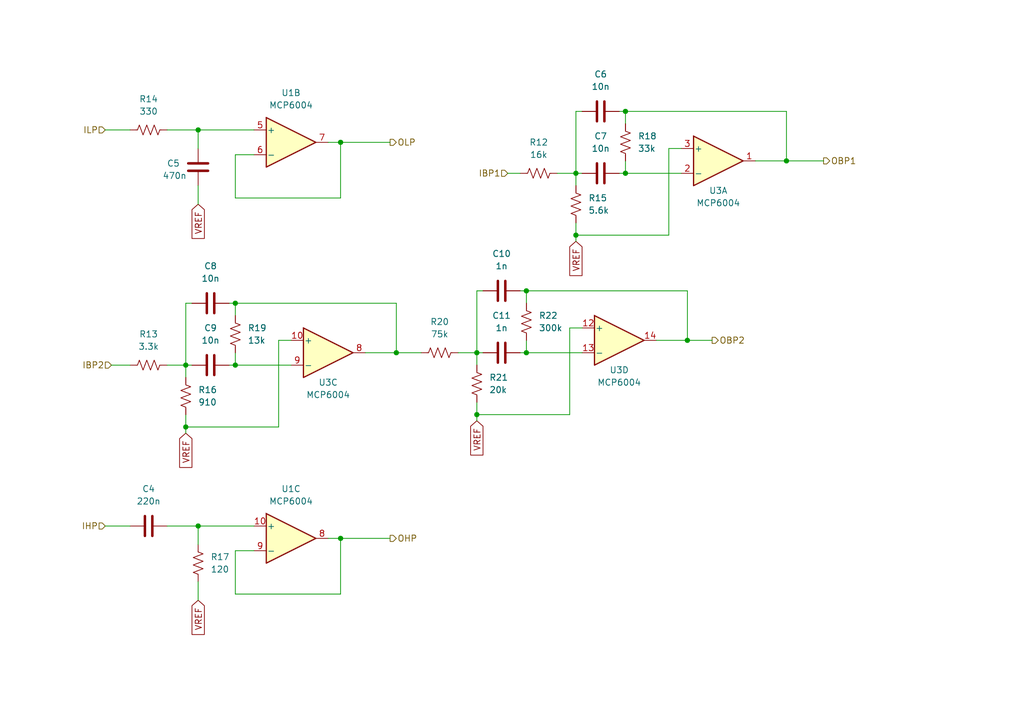
<source format=kicad_sch>
(kicad_sch (version 20250114) (generator "eeschema") (generator_version "9.0")
  (paper "A5")
  (title_block (title "EL223FP4L1") (date "2025-05-08") (rev "1") (company "Boles & Walker") (comment 1 "LP, BP1, BP2, HP Filters"))
  (lib_symbols
    (symbol "Amplifier_Operational:MCP6004" (pin_names (offset 0.127))
      (property "Reference" "U" (at 0 5.08 0))
      (property "Value" "MCP6004" (at 0 -5.08 0))
      (symbol "MCP6004_1_1"
        (polyline (pts (xy -5.08 5.08) (xy 5.08 0) (xy -5.08 -5.08) (xy -5.08 5.08)) (stroke (width 0.254)) (fill (type background)))
        (pin input line (at -7.62 2.54 0) (length 2.54) (name "+") (number "3"))
        (pin input line (at -7.62 -2.54 0) (length 2.54) (name "-") (number "2"))
        (pin output line (at 7.62 0 180) (length 2.54) (name "~") (number "1"))
      )
      (symbol "MCP6004_2_1"
        (polyline (pts (xy -5.08 5.08) (xy 5.08 0) (xy -5.08 -5.08) (xy -5.08 5.08)) (stroke (width 0.254)) (fill (type background)))
        (pin input line (at -7.62 2.54 0) (length 2.54) (name "+") (number "5"))
        (pin input line (at -7.62 -2.54 0) (length 2.54) (name "-") (number "6"))
        (pin output line (at 7.62 0 180) (length 2.54) (name "~") (number "7"))
      )
      (symbol "MCP6004_3_1"
        (polyline (pts (xy -5.08 5.08) (xy 5.08 0) (xy -5.08 -5.08) (xy -5.08 5.08)) (stroke (width 0.254)) (fill (type background)))
        (pin input line (at -7.62 2.54 0) (length 2.54) (name "+") (number "10"))
        (pin input line (at -7.62 -2.54 0) (length 2.54) (name "-") (number "9"))
        (pin output line (at 7.62 0 180) (length 2.54) (name "~") (number "8"))
      )
      (symbol "MCP6004_4_1"
        (polyline (pts (xy -5.08 5.08) (xy 5.08 0) (xy -5.08 -5.08) (xy -5.08 5.08)) (stroke (width 0.254)) (fill (type background)))
        (pin input line (at -7.62 2.54 0) (length 2.54) (name "+") (number "12"))
        (pin input line (at -7.62 -2.54 0) (length 2.54) (name "-") (number "13"))
        (pin output line (at 7.62 0 180) (length 2.54) (name "~") (number "14"))
      )
      (symbol "MCP6004_5_1"
        (pin power_in line (at -2.54 7.62 270) (length 3.81) (name "V+") (number "4"))
        (pin power_in line (at -2.54 -7.62 90) (length 3.81) (name "V-") (number "11"))
      )
    )
    (symbol "Device:C" (pin_numbers (hide yes)) (pin_names (offset 0.254))
      (property "Reference" "C" (at 0.635 2.54 0))
      (property "Value" "C" (at 0.635 -2.54 0))
      (symbol "C_0_1"
        (polyline (pts (xy -2.032 0.762) (xy 2.032 0.762)) (stroke (width 0.508)))
        (polyline (pts (xy -2.032 -0.762) (xy 2.032 -0.762)) (stroke (width 0.508)))
      )
      (symbol "C_1_1"
        (pin passive line (at 0 3.81 270) (length 2.794) (name "~") (number "1"))
        (pin passive line (at 0 -3.81 90) (length 2.794) (name "~") (number "2"))
      )
    )
    (symbol "Device:R_US" (pin_numbers (hide yes)) (pin_names (offset 0))
      (property "Reference" "R" (at 2.54 0 90))
      (property "Value" "R_US" (at -2.54 0 90))
      (symbol "R_US_0_1"
        (polyline (pts (xy 0 2.286) (xy 0 2.54)))
        (polyline (pts (xy 0 2.286) (xy 1.016 1.905) (xy 0 1.524) (xy -1.016 1.143) (xy 0 0.762)))
        (polyline (pts (xy 0 0.762) (xy 1.016 0.381) (xy 0 0) (xy -1.016 -0.381) (xy 0 -0.762)))
        (polyline (pts (xy 0 -0.762) (xy 1.016 -1.143) (xy 0 -1.524) (xy -1.016 -1.905) (xy 0 -2.286)))
        (polyline (pts (xy 0 -2.286) (xy 0 -2.54)))
      )
      (symbol "R_US_1_1"
        (pin passive line (at 0 3.81 270) (length 1.27) (name "~") (number "1"))
        (pin passive line (at 0 -3.81 90) (length 1.27) (name "~") (number "2"))
      )
    )
  )
  (junction (at 97.79 85.09))
  (junction (at 128.27 22.86))
  (junction (at 140.97 69.85))
  (junction (at 81.28 72.39))
  (junction (at 48.26 74.93))
  (junction (at 38.1 74.93))
  (junction (at 107.95 59.69))
  (junction (at 48.26 62.23))
  (junction (at 128.27 35.56))
  (junction (at 97.79 72.39))
  (junction (at 107.95 72.39))
  (junction (at 40.64 26.67))
  (junction (at 40.64 107.95))
  (junction (at 69.85 110.49))
  (junction (at 118.11 48.26))
  (junction (at 118.11 35.56))
  (junction (at 69.85 29.21))
  (junction (at 161.29 33.02))
  (junction (at 38.1 87.63))
  (wire (pts (xy 81.28 72.39) (xy 86.36 72.39)))
  (wire (pts (xy 97.79 72.39) (xy 99.06 72.39)))
  (wire (pts (xy 48.26 64.77) (xy 48.26 62.23)))
  (wire (pts (xy 140.97 69.85) (xy 146.05 69.85)))
  (wire (pts (xy 106.68 72.39) (xy 107.95 72.39)))
  (wire (pts (xy 69.85 40.64) (xy 69.85 29.21)))
  (wire (pts (xy 128.27 25.4) (xy 128.27 22.86)))
  (wire (pts (xy 38.1 85.09) (xy 38.1 87.63)))
  (wire (pts (xy 118.11 22.86) (xy 118.11 35.56)))
  (wire (pts (xy 40.64 30.48) (xy 40.64 26.67)))
  (wire (pts (xy 48.26 113.03) (xy 48.26 121.92)))
  (wire (pts (xy 107.95 69.85) (xy 107.95 72.39)))
  (wire (pts (xy 116.84 67.31) (xy 116.84 85.09)))
  (wire (pts (xy 114.3 35.56) (xy 118.11 35.56)))
  (wire (pts (xy 48.26 40.64) (xy 69.85 40.64)))
  (wire (pts (xy 34.29 107.95) (xy 40.64 107.95)))
  (wire (pts (xy 161.29 33.02) (xy 168.91 33.02)))
  (wire (pts (xy 21.59 26.67) (xy 26.67 26.67)))
  (wire (pts (xy 127 35.56) (xy 128.27 35.56)))
  (wire (pts (xy 128.27 22.86) (xy 161.29 22.86)))
  (wire (pts (xy 97.79 59.69) (xy 97.79 72.39)))
  (wire (pts (xy 48.26 62.23) (xy 46.99 62.23)))
  (wire (pts (xy 99.06 59.69) (xy 97.79 59.69)))
  (wire (pts (xy 128.27 22.86) (xy 127 22.86)))
  (wire (pts (xy 97.79 82.55) (xy 97.79 85.09)))
  (wire (pts (xy 97.79 74.93) (xy 97.79 72.39)))
  (wire (pts (xy 118.11 38.1) (xy 118.11 35.56)))
  (wire (pts (xy 97.79 85.09) (xy 97.79 86.36)))
  (wire (pts (xy 118.11 48.26) (xy 118.11 49.53)))
  (wire (pts (xy 128.27 33.02) (xy 128.27 35.56)))
  (wire (pts (xy 81.28 72.39) (xy 81.28 62.23)))
  (wire (pts (xy 38.1 77.47) (xy 38.1 74.93)))
  (wire (pts (xy 48.26 62.23) (xy 81.28 62.23)))
  (wire (pts (xy 57.15 69.85) (xy 57.15 87.63)))
  (wire (pts (xy 107.95 59.69) (xy 106.68 59.69)))
  (wire (pts (xy 21.59 107.95) (xy 26.67 107.95)))
  (wire (pts (xy 139.7 30.48) (xy 137.16 30.48)))
  (wire (pts (xy 48.26 31.75) (xy 48.26 40.64)))
  (wire (pts (xy 118.11 45.72) (xy 118.11 48.26)))
  (wire (pts (xy 69.85 29.21) (xy 67.31 29.21)))
  (wire (pts (xy 48.26 72.39) (xy 48.26 74.93)))
  (wire (pts (xy 154.94 33.02) (xy 161.29 33.02)))
  (wire (pts (xy 69.85 121.92) (xy 69.85 110.49)))
  (wire (pts (xy 48.26 121.92) (xy 69.85 121.92)))
  (wire (pts (xy 69.85 29.21) (xy 80.01 29.21)))
  (wire (pts (xy 39.37 62.23) (xy 38.1 62.23)))
  (wire (pts (xy 107.95 72.39) (xy 119.38 72.39)))
  (wire (pts (xy 52.07 113.03) (xy 48.26 113.03)))
  (wire (pts (xy 40.64 26.67) (xy 52.07 26.67)))
  (wire (pts (xy 48.26 74.93) (xy 59.69 74.93)))
  (wire (pts (xy 118.11 35.56) (xy 119.38 35.56)))
  (wire (pts (xy 38.1 74.93) (xy 39.37 74.93)))
  (wire (pts (xy 119.38 22.86) (xy 118.11 22.86)))
  (wire (pts (xy 34.29 74.93) (xy 38.1 74.93)))
  (wire (pts (xy 40.64 107.95) (xy 52.07 107.95)))
  (wire (pts (xy 40.64 38.1) (xy 40.64 41.91)))
  (wire (pts (xy 52.07 31.75) (xy 48.26 31.75)))
  (wire (pts (xy 104.14 35.56) (xy 106.68 35.56)))
  (wire (pts (xy 107.95 62.23) (xy 107.95 59.69)))
  (wire (pts (xy 59.69 69.85) (xy 57.15 69.85)))
  (wire (pts (xy 22.86 74.93) (xy 26.67 74.93)))
  (wire (pts (xy 69.85 110.49) (xy 67.31 110.49)))
  (wire (pts (xy 107.95 59.69) (xy 140.97 59.69)))
  (wire (pts (xy 38.1 87.63) (xy 38.1 88.9)))
  (wire (pts (xy 140.97 69.85) (xy 140.97 59.69)))
  (wire (pts (xy 116.84 85.09) (xy 97.79 85.09)))
  (wire (pts (xy 137.16 48.26) (xy 118.11 48.26)))
  (wire (pts (xy 40.64 111.76) (xy 40.64 107.95)))
  (wire (pts (xy 40.64 119.38) (xy 40.64 123.19)))
  (wire (pts (xy 74.93 72.39) (xy 81.28 72.39)))
  (wire (pts (xy 93.98 72.39) (xy 97.79 72.39)))
  (wire (pts (xy 46.99 74.93) (xy 48.26 74.93)))
  (wire (pts (xy 34.29 26.67) (xy 40.64 26.67)))
  (wire (pts (xy 57.15 87.63) (xy 38.1 87.63)))
  (wire (pts (xy 38.1 62.23) (xy 38.1 74.93)))
  (wire (pts (xy 161.29 33.02) (xy 161.29 22.86)))
  (wire (pts (xy 69.85 110.49) (xy 80.01 110.49)))
  (wire (pts (xy 128.27 35.56) (xy 139.7 35.56)))
  (wire (pts (xy 137.16 30.48) (xy 137.16 48.26)))
  (wire (pts (xy 134.62 69.85) (xy 140.97 69.85)))
  (wire (pts (xy 119.38 67.31) (xy 116.84 67.31)))
  (global_label "VREF" (shape input) (at 40.64 41.91 270) (property "Intersheetrefs" "${INTERSHEET_REFS}" (effects (hide yes))))
  (global_label "VREF" (shape input) (at 38.1 88.9 270) (property "Intersheetrefs" "${INTERSHEET_REFS}" (effects (hide yes))))
  (global_label "VREF" (shape input) (at 97.79 86.36 270) (property "Intersheetrefs" "${INTERSHEET_REFS}" (effects (hide yes))))
  (global_label "VREF" (shape input) (at 118.11 49.53 270) (property "Intersheetrefs" "${INTERSHEET_REFS}" (effects (hide yes))))
  (global_label "VREF" (shape input) (at 40.64 123.19 270) (property "Intersheetrefs" "${INTERSHEET_REFS}" (effects (hide yes))))
  (hierarchical_label "OHP" (shape output) (at 80.01 110.49 0))
  (hierarchical_label "OLP" (shape output) (at 80.01 29.21 0))
  (hierarchical_label "IHP" (shape input) (at 21.59 107.95 180))
  (hierarchical_label "IBP2" (shape input) (at 22.86 74.93 180))
  (hierarchical_label "ILP" (shape input) (at 21.59 26.67 180))
  (hierarchical_label "OBP2" (shape output) (at 146.05 69.85 0))
  (hierarchical_label "OBP1" (shape output) (at 168.91 33.02 0))
  (hierarchical_label "IBP1" (shape input) (at 104.14 35.56 180))
  (symbol (lib_id "Device:R_US") (at 30.48 26.67 90) (unit 1)
    (property "Reference" "R14" (at 30.48 20.32 90))
    (property "Value" "330" (at 30.48 22.86 90))
    (property "Footprint" "Resistor_SMD:R_0805_2012Metric_Pad1.20x1.40mm_HandSolder" (effects (hide yes)))
    (property "Description" "Resistor, US symbol" (effects (hide yes)))
  )
  (symbol (lib_id "Device:C") (at 43.18 62.23 90) (unit 1)
    (property "Reference" "C8" (at 43.18 54.61 90))
    (property "Value" "10n" (at 43.18 57.15 90))
    (property "Footprint" "Capacitor_SMD:C_0805_2012Metric_Pad1.18x1.45mm_HandSolder" (effects (hide yes)))
    (property "Datasheet" "https://static6.arrow.com/aropdfconversion/bca5133f751cb2a9bdb49b80a569dbd45eb00ab/hmk212b7103mght_ss.pdf" (effects (hide yes)))
    (property "Description" "Unpolarized capacitor" (effects (hide yes)))
    (property "Part" "HMK212B7103MGHT" (effects (hide yes)))
  )
  (symbol (lib_id "Device:R_US") (at 110.49 35.56 90) (unit 1)
    (property "Reference" "R12" (at 110.49 29.21 90))
    (property "Value" "16k" (at 110.49 31.75 90))
    (property "Footprint" "Resistor_SMD:R_0805_2012Metric_Pad1.20x1.40mm_HandSolder" (effects (hide yes)))
    (property "Description" "Resistor, US symbol" (effects (hide yes)))
  )
  (symbol (lib_id "Device:R_US") (at 97.79 78.74 180) (unit 1)
    (property "Reference" "R21" (at 100.33 77.4699 0) (effects (justify right)))
    (property "Value" "20k" (at 100.33 80.0099 0) (effects (justify right)))
    (property "Footprint" "Resistor_SMD:R_0805_2012Metric_Pad1.20x1.40mm_HandSolder" (effects (hide yes)))
    (property "Description" "Resistor, US symbol" (effects (hide yes)))
  )
  (symbol (lib_id "Device:C") (at 123.19 35.56 90) (unit 1)
    (property "Reference" "C7" (at 123.19 27.94 90))
    (property "Value" "10n" (at 123.19 30.48 90))
    (property "Footprint" "Capacitor_SMD:C_0805_2012Metric_Pad1.18x1.45mm_HandSolder" (effects (hide yes)))
    (property "Datasheet" "https://static6.arrow.com/aropdfconversion/bca5133f751cb2a9bdb49b80a569dbd45eb00ab/hmk212b7103mght_ss.pdf" (effects (hide yes)))
    (property "Description" "Unpolarized capacitor" (effects (hide yes)))
    (property "Part" "HMK212B7103MGHT" (effects (hide yes)))
  )
  (symbol (lib_id "Device:R_US") (at 48.26 68.58 180) (unit 1)
    (property "Reference" "R19" (at 50.8 67.3099 0) (effects (justify right)))
    (property "Value" "13k" (at 50.8 69.8499 0) (effects (justify right)))
    (property "Footprint" "Resistor_SMD:R_0805_2012Metric_Pad1.20x1.40mm_HandSolder" (effects (hide yes)))
    (property "Description" "Resistor, US symbol" (effects (hide yes)))
  )
  (symbol (lib_id "Device:R_US") (at 40.64 115.57 180) (unit 1)
    (property "Reference" "R17" (at 43.18 114.2999 0) (effects (justify right)))
    (property "Value" "120" (at 43.18 116.8399 0) (effects (justify right)))
    (property "Footprint" "Resistor_SMD:R_0805_2012Metric_Pad1.20x1.40mm_HandSolder" (effects (hide yes)))
    (property "Datasheet" "https://static6.arrow.com/aropdfconversion/7e2213882d2cf06558ca48205aefcc8d6bac7a1a/cr.pdf" (effects (hide yes)))
    (property "Description" "Resistor, US symbol" (effects (hide yes)))
    (property "Part" "CR0805-FX-1200GLF" (effects (hide yes)))
  )
  (symbol (lib_id "Device:C") (at 102.87 72.39 90) (unit 1)
    (property "Reference" "C11" (at 102.87 64.77 90))
    (property "Value" "1n" (at 102.87 67.31 90))
    (property "Footprint" "Capacitor_SMD:C_0805_2012Metric_Pad1.18x1.45mm_HandSolder" (effects (hide yes)))
    (property "Datasheet" "https://static6.arrow.com/aropdfconversion/aa4ad9edc17e94b76fc5592c22e9b67a1bc17c6c/vjw1bcbascomseries.pdf" (effects (hide yes)))
    (property "Description" "Unpolarized capacitor" (effects (hide yes)))
    (property "Part" "VJ0805Y102KXBCW1BC" (effects (hide yes)))
  )
  (symbol (lib_id "Device:R_US") (at 90.17 72.39 90) (unit 1)
    (property "Reference" "R20" (at 90.17 66.04 90))
    (property "Value" "75k" (at 90.17 68.58 90))
    (property "Footprint" "Resistor_SMD:R_0805_2012Metric_Pad1.20x1.40mm_HandSolder" (effects (hide yes)))
    (property "Description" "Resistor, US symbol" (effects (hide yes)))
  )
  (symbol (lib_id "Amplifier_Operational:MCP6004") (at 59.69 110.49 0) (unit 3)
    (property "Reference" "U1" (at 59.69 100.33 0))
    (property "Value" "MCP6004" (at 59.69 102.87 0))
    (property "Footprint" "Package_SO:SOIC-14_3.9x8.7mm_P1.27mm" (effects (hide yes)))
    (property "Datasheet" "https://ww1.microchip.com/downloads/aemDocuments/documents/MSLD/ProductDocuments/DataSheets/MCP6001-1R-1U-2-4-1-MHz-Low-Power-Op-Amp-DS20001733L.pdf" (effects (hide yes)))
    (property "Description" "1MHz, Low-Power Op Amp, DIP-14/SOIC-14/TSSOP-14" (effects (hide yes)))
    (property "Sim.Library" "MCP6001.lib" (effects (hide yes)))
    (property "Sim.Name" "MCP6004" (effects (hide yes)))
    (property "Sim.Device" "SUBCKT" (effects (hide yes)))
    (property "Sim.Pins" "1=OUTA 2=A- 3=A+ 4=VDD 5=B+ 6=B- 7=OUTB 8=OUTC 9=C- 10=C+ 11=VSS 12=D+ 13=D- 14=OUTD" (effects (hide yes)))
    (property "Part" "MCP6004-I/SL" (effects (hide yes)))
  )
  (symbol (lib_id "Device:R_US") (at 107.95 66.04 180) (unit 1)
    (property "Reference" "R22" (at 110.49 64.7699 0) (effects (justify right)))
    (property "Value" "300k" (at 110.49 67.3099 0) (effects (justify right)))
    (property "Footprint" "Resistor_SMD:R_0805_2012Metric_Pad1.20x1.40mm_HandSolder" (effects (hide yes)))
    (property "Description" "Resistor, US symbol" (effects (hide yes)))
  )
  (symbol (lib_id "Device:C") (at 40.64 34.29 180) (unit 1)
    (property "Reference" "C5" (at 35.56 33.528 0))
    (property "Value" "470n" (at 35.814 36.068 0))
    (property "Footprint" "Capacitor_SMD:C_0805_2012Metric_Pad1.18x1.45mm_HandSolder" (effects (hide yes)))
    (property "Description" "Unpolarized capacitor" (effects (hide yes)))
  )
  (symbol (lib_id "Device:C") (at 43.18 74.93 90) (unit 1)
    (property "Reference" "C9" (at 43.18 67.31 90))
    (property "Value" "10n" (at 43.18 69.85 90))
    (property "Footprint" "Capacitor_SMD:C_0805_2012Metric_Pad1.18x1.45mm_HandSolder" (effects (hide yes)))
    (property "Datasheet" "https://static6.arrow.com/aropdfconversion/bca5133f751cb2a9bdb49b80a569dbd45eb00ab/hmk212b7103mght_ss.pdf" (effects (hide yes)))
    (property "Description" "Unpolarized capacitor" (effects (hide yes)))
    (property "Part" "HMK212B7103MGHT" (effects (hide yes)))
  )
  (symbol (lib_id "Amplifier_Operational:MCP6004") (at 67.31 72.39 0) (unit 3)
    (property "Reference" "U3" (at 67.31 78.486 0))
    (property "Value" "MCP6004" (at 67.31 81.026 0))
    (property "Footprint" "Package_SO:SOIC-14_3.9x8.7mm_P1.27mm" (effects (hide yes)))
    (property "Datasheet" "https://ww1.microchip.com/downloads/aemDocuments/documents/MSLD/ProductDocuments/DataSheets/MCP6001-1R-1U-2-4-1-MHz-Low-Power-Op-Amp-DS20001733L.pdf" (effects (hide yes)))
    (property "Description" "1MHz, Low-Power Op Amp, DIP-14/SOIC-14/TSSOP-14" (effects (hide yes)))
    (property "Sim.Library" "MCP6001.lib" (effects (hide yes)))
    (property "Sim.Name" "MCP6004" (effects (hide yes)))
    (property "Sim.Device" "SUBCKT" (effects (hide yes)))
    (property "Sim.Pins" "1=OUTA 2=A- 3=A+ 4=VDD 5=B+ 6=B- 7=OUTB 8=OUTC 9=C- 10=C+ 11=VSS 12=D+ 13=D- 14=OUTD" (effects (hide yes)))
    (property "Part" "MCP6004-I/SL" (effects (hide yes)))
  )
  (symbol (lib_id "Device:R_US") (at 38.1 81.28 180) (unit 1)
    (property "Reference" "R16" (at 40.64 80.0099 0) (effects (justify right)))
    (property "Value" "910" (at 40.64 82.5499 0) (effects (justify right)))
    (property "Footprint" "Resistor_SMD:R_0805_2012Metric_Pad1.20x1.40mm_HandSolder" (effects (hide yes)))
    (property "Description" "Resistor, US symbol" (effects (hide yes)))
  )
  (symbol (lib_id "Amplifier_Operational:MCP6004") (at 59.69 29.21 0) (unit 2)
    (property "Reference" "U1" (at 59.69 19.05 0))
    (property "Value" "MCP6004" (at 59.69 21.59 0))
    (property "Footprint" "Package_SO:SOIC-14_3.9x8.7mm_P1.27mm" (effects (hide yes)))
    (property "Datasheet" "https://ww1.microchip.com/downloads/aemDocuments/documents/MSLD/ProductDocuments/DataSheets/MCP6001-1R-1U-2-4-1-MHz-Low-Power-Op-Amp-DS20001733L.pdf" (effects (hide yes)))
    (property "Description" "1MHz, Low-Power Op Amp, DIP-14/SOIC-14/TSSOP-14" (effects (hide yes)))
    (property "Sim.Library" "MCP6001.lib" (effects (hide yes)))
    (property "Sim.Name" "MCP6004" (effects (hide yes)))
    (property "Sim.Device" "SUBCKT" (effects (hide yes)))
    (property "Sim.Pins" "1=OUTA 2=A- 3=A+ 4=VDD 5=B+ 6=B- 7=OUTB 8=OUTC 9=C- 10=C+ 11=VSS 12=D+ 13=D- 14=OUTD" (effects (hide yes)))
    (property "Part" "MCP6004-I/SL" (effects (hide yes)))
  )
  (symbol (lib_id "Amplifier_Operational:MCP6004") (at 147.32 33.02 0) (unit 1)
    (property "Reference" "U3" (at 147.32 39.116 0))
    (property "Value" "MCP6004" (at 147.32 41.656 0))
    (property "Footprint" "Package_SO:SOIC-14_3.9x8.7mm_P1.27mm" (effects (hide yes)))
    (property "Datasheet" "https://ww1.microchip.com/downloads/aemDocuments/documents/MSLD/ProductDocuments/DataSheets/MCP6001-1R-1U-2-4-1-MHz-Low-Power-Op-Amp-DS20001733L.pdf" (effects (hide yes)))
    (property "Description" "1MHz, Low-Power Op Amp, DIP-14/SOIC-14/TSSOP-14" (effects (hide yes)))
    (property "Sim.Library" "MCP6001.lib" (effects (hide yes)))
    (property "Sim.Name" "MCP6004" (effects (hide yes)))
    (property "Sim.Device" "SUBCKT" (effects (hide yes)))
    (property "Sim.Pins" "1=OUTA 2=A- 3=A+ 4=VDD 5=B+ 6=B- 7=OUTB 8=OUTC 9=C- 10=C+ 11=VSS 12=D+ 13=D- 14=OUTD" (effects (hide yes)))
    (property "Part" "MCP6004-I/SL" (effects (hide yes)))
  )
  (symbol (lib_id "Device:C") (at 30.48 107.95 90) (unit 1)
    (property "Reference" "C4" (at 30.48 100.33 90))
    (property "Value" "220n" (at 30.48 102.87 90))
    (property "Footprint" "Capacitor_SMD:C_0805_2012Metric_Pad1.18x1.45mm_HandSolder" (effects (hide yes)))
    (property "Description" "Unpolarized capacitor" (effects (hide yes)))
  )
  (symbol (lib_id "Device:R_US") (at 30.48 74.93 90) (unit 1)
    (property "Reference" "R13" (at 30.48 68.58 90))
    (property "Value" "3.3k" (at 30.48 71.12 90))
    (property "Footprint" "Resistor_SMD:R_0805_2012Metric_Pad1.20x1.40mm_HandSolder" (effects (hide yes)))
    (property "Description" "Resistor, US symbol" (effects (hide yes)))
  )
  (symbol (lib_id "Device:R_US") (at 128.27 29.21 180) (unit 1)
    (property "Reference" "R18" (at 130.81 27.9399 0) (effects (justify right)))
    (property "Value" "33k" (at 130.81 30.4799 0) (effects (justify right)))
    (property "Footprint" "Resistor_SMD:R_0805_2012Metric_Pad1.20x1.40mm_HandSolder" (effects (hide yes)))
    (property "Description" "Resistor, US symbol" (effects (hide yes)))
  )
  (symbol (lib_id "Device:R_US") (at 118.11 41.91 180) (unit 1)
    (property "Reference" "R15" (at 120.65 40.6399 0) (effects (justify right)))
    (property "Value" "5.6k" (at 120.65 43.1799 0) (effects (justify right)))
    (property "Footprint" "Resistor_SMD:R_0805_2012Metric_Pad1.20x1.40mm_HandSolder" (effects (hide yes)))
    (property "Description" "Resistor, US symbol" (effects (hide yes)))
  )
  (symbol (lib_id "Device:C") (at 123.19 22.86 90) (unit 1)
    (property "Reference" "C6" (at 123.19 15.24 90))
    (property "Value" "10n" (at 123.19 17.78 90))
    (property "Footprint" "Capacitor_SMD:C_0805_2012Metric_Pad1.18x1.45mm_HandSolder" (effects (hide yes)))
    (property "Datasheet" "https://static6.arrow.com/aropdfconversion/bca5133f751cb2a9bdb49b80a569dbd45eb00ab/hmk212b7103mght_ss.pdf" (effects (hide yes)))
    (property "Description" "Unpolarized capacitor" (effects (hide yes)))
    (property "Part" "HMK212B7103MGHT" (effects (hide yes)))
  )
  (symbol (lib_id "Device:C") (at 102.87 59.69 90) (unit 1)
    (property "Reference" "C10" (at 102.87 52.07 90))
    (property "Value" "1n" (at 102.87 54.61 90))
    (property "Footprint" "Capacitor_SMD:C_0805_2012Metric_Pad1.18x1.45mm_HandSolder" (effects (hide yes)))
    (property "Datasheet" "https://static6.arrow.com/aropdfconversion/aa4ad9edc17e94b76fc5592c22e9b67a1bc17c6c/vjw1bcbascomseries.pdf" (effects (hide yes)))
    (property "Description" "Unpolarized capacitor" (effects (hide yes)))
    (property "Part" "VJ0805Y102KXBCW1BC" (effects (hide yes)))
  )
  (symbol (lib_id "Amplifier_Operational:MCP6004") (at 127 69.85 0) (unit 4)
    (property "Reference" "U3" (at 127 75.946 0))
    (property "Value" "MCP6004" (at 127 78.486 0))
    (property "Footprint" "Package_SO:SOIC-14_3.9x8.7mm_P1.27mm" (effects (hide yes)))
    (property "Datasheet" "https://ww1.microchip.com/downloads/aemDocuments/documents/MSLD/ProductDocuments/DataSheets/MCP6001-1R-1U-2-4-1-MHz-Low-Power-Op-Amp-DS20001733L.pdf" (effects (hide yes)))
    (property "Description" "1MHz, Low-Power Op Amp, DIP-14/SOIC-14/TSSOP-14" (effects (hide yes)))
    (property "Sim.Library" "MCP6001.lib" (effects (hide yes)))
    (property "Sim.Name" "MCP6004" (effects (hide yes)))
    (property "Sim.Device" "SUBCKT" (effects (hide yes)))
    (property "Sim.Pins" "1=OUTA 2=A- 3=A+ 4=VDD 5=B+ 6=B- 7=OUTB 8=OUTC 9=C- 10=C+ 11=VSS 12=D+ 13=D- 14=OUTD" (effects (hide yes)))
    (property "Part" "MCP6004-I/SL" (effects (hide yes)))
  )
)
</source>
